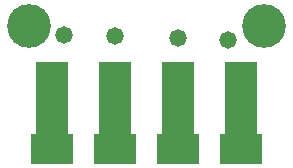
<source format=gts>
G04*
G04 #@! TF.GenerationSoftware,Altium Limited,Altium Designer,18.0.7 (293)*
G04*
G04 Layer_Color=8388736*
%FSLAX25Y25*%
%MOIN*%
G70*
G01*
G75*
%ADD14R,0.14173X0.09843*%
%ADD15R,0.10630X0.33858*%
%ADD16C,0.14580*%
%ADD17C,0.05800*%
D14*
X197835Y206102D02*
D03*
X176837D02*
D03*
X155840D02*
D03*
X134843D02*
D03*
D15*
X197835Y218154D02*
D03*
X176837D02*
D03*
X155840D02*
D03*
X134843D02*
D03*
D16*
X205512Y247244D02*
D03*
X127165D02*
D03*
D17*
X193504Y242520D02*
D03*
X138976Y244094D02*
D03*
X176772Y243307D02*
D03*
X155905Y243701D02*
D03*
M02*

</source>
